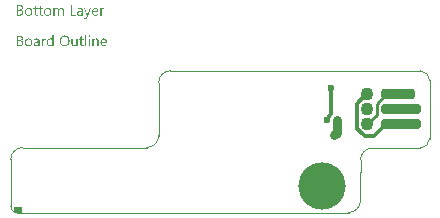
<source format=gbl>
G04*
G04 #@! TF.GenerationSoftware,Altium Limited,Altium Designer,22.2.1 (43)*
G04*
G04 Layer_Physical_Order=2*
G04 Layer_Color=16711680*
%FSLAX44Y44*%
%MOMM*%
G71*
G04*
G04 #@! TF.SameCoordinates,2D2D779E-EA1F-4978-AE9C-AACCEBDA9B96*
G04*
G04*
G04 #@! TF.FilePolarity,Positive*
G04*
G01*
G75*
%ADD11C,0.2000*%
%ADD13C,0.0500*%
%ADD40C,0.3400*%
%ADD41C,0.7620*%
%ADD43C,0.2500*%
%ADD44C,4.0000*%
%ADD45C,0.6000*%
%ADD46C,0.4000*%
%ADD47R,0.7000X0.5000*%
G04:AMPARAMS|DCode=48|XSize=0.9mm|YSize=3.45mm|CornerRadius=0.351mm|HoleSize=0mm|Usage=FLASHONLY|Rotation=270.000|XOffset=0mm|YOffset=0mm|HoleType=Round|Shape=RoundedRectangle|*
%AMROUNDEDRECTD48*
21,1,0.9000,2.7480,0,0,270.0*
21,1,0.1980,3.4500,0,0,270.0*
1,1,0.7020,-1.3740,-0.0990*
1,1,0.7020,-1.3740,0.0990*
1,1,0.7020,1.3740,0.0990*
1,1,0.7020,1.3740,-0.0990*
%
%ADD48ROUNDEDRECTD48*%
G04:AMPARAMS|DCode=49|XSize=0.9mm|YSize=2.95mm|CornerRadius=0.351mm|HoleSize=0mm|Usage=FLASHONLY|Rotation=270.000|XOffset=0mm|YOffset=0mm|HoleType=Round|Shape=RoundedRectangle|*
%AMROUNDEDRECTD49*
21,1,0.9000,2.2480,0,0,270.0*
21,1,0.1980,2.9500,0,0,270.0*
1,1,0.7020,-1.1240,-0.0990*
1,1,0.7020,-1.1240,0.0990*
1,1,0.7020,1.1240,0.0990*
1,1,0.7020,1.1240,-0.0990*
%
%ADD49ROUNDEDRECTD49*%
%ADD50C,1.1000*%
G36*
X5043Y148210D02*
X5090D01*
X5145Y148203D01*
X5279Y148179D01*
X5436Y148140D01*
X5616Y148085D01*
X5804Y147999D01*
X6001Y147897D01*
X6103Y147826D01*
X6197Y147755D01*
X6291Y147677D01*
X6385Y147583D01*
X6479Y147481D01*
X6566Y147371D01*
X6644Y147253D01*
X6723Y147120D01*
X6793Y146978D01*
X6856Y146821D01*
X6911Y146657D01*
X6966Y146476D01*
X6998Y146288D01*
X7029Y146076D01*
X7045Y145856D01*
X7052Y145620D01*
Y141696D01*
X6032D01*
Y145354D01*
Y145369D01*
Y145401D01*
Y145456D01*
X6024Y145526D01*
Y145613D01*
X6016Y145715D01*
X6008Y145824D01*
X5993Y145942D01*
X5954Y146193D01*
X5891Y146445D01*
X5859Y146570D01*
X5812Y146680D01*
X5757Y146790D01*
X5702Y146884D01*
Y146892D01*
X5687Y146908D01*
X5671Y146931D01*
X5640Y146955D01*
X5608Y146994D01*
X5561Y147033D01*
X5506Y147072D01*
X5443Y147120D01*
X5373Y147167D01*
X5294Y147206D01*
X5200Y147245D01*
X5106Y147284D01*
X4996Y147308D01*
X4870Y147331D01*
X4745Y147347D01*
X4604Y147355D01*
X4541D01*
X4494Y147347D01*
X4439Y147339D01*
X4376Y147324D01*
X4219Y147284D01*
X4133Y147253D01*
X4046Y147206D01*
X3952Y147159D01*
X3866Y147104D01*
X3772Y147033D01*
X3677Y146955D01*
X3583Y146861D01*
X3497Y146758D01*
X3489Y146751D01*
X3481Y146735D01*
X3458Y146696D01*
X3426Y146657D01*
X3395Y146594D01*
X3356Y146523D01*
X3309Y146445D01*
X3269Y146358D01*
X3230Y146256D01*
X3183Y146146D01*
X3144Y146029D01*
X3112Y145903D01*
X3081Y145770D01*
X3065Y145628D01*
X3050Y145487D01*
X3042Y145330D01*
Y141696D01*
X2022D01*
Y145479D01*
Y145487D01*
Y145503D01*
Y145526D01*
Y145558D01*
X2014Y145605D01*
Y145652D01*
X1998Y145770D01*
X1974Y145911D01*
X1943Y146076D01*
X1904Y146241D01*
X1841Y146421D01*
X1762Y146594D01*
X1668Y146758D01*
X1550Y146923D01*
X1409Y147065D01*
X1244Y147182D01*
X1150Y147229D01*
X1048Y147276D01*
X938Y147308D01*
X829Y147331D01*
X703Y147347D01*
X569Y147355D01*
X507D01*
X460Y147347D01*
X397Y147339D01*
X334Y147324D01*
X177Y147284D01*
X91Y147253D01*
X4Y147214D01*
X-90Y147175D01*
X-184Y147120D01*
X-278Y147049D01*
X-372Y146978D01*
X-459Y146892D01*
X-545Y146790D01*
X-553Y146782D01*
X-561Y146766D01*
X-584Y146735D01*
X-616Y146688D01*
X-647Y146633D01*
X-679Y146570D01*
X-718Y146492D01*
X-757Y146397D01*
X-804Y146295D01*
X-843Y146186D01*
X-875Y146068D01*
X-906Y145942D01*
X-938Y145801D01*
X-961Y145652D01*
X-969Y145495D01*
X-977Y145330D01*
Y141696D01*
X-1997D01*
Y148069D01*
X-977D01*
Y147057D01*
X-953D01*
X-945Y147072D01*
X-922Y147104D01*
X-882Y147167D01*
X-828Y147237D01*
X-757Y147324D01*
X-671Y147426D01*
X-569Y147528D01*
X-451Y147638D01*
X-317Y147747D01*
X-168Y147850D01*
X-3Y147951D01*
X169Y148038D01*
X365Y148109D01*
X577Y148171D01*
X797Y148203D01*
X1032Y148218D01*
X1095D01*
X1142Y148210D01*
X1197D01*
X1268Y148203D01*
X1339Y148187D01*
X1417Y148171D01*
X1598Y148132D01*
X1786Y148061D01*
X1974Y147975D01*
X2069Y147912D01*
X2163Y147850D01*
X2171Y147842D01*
X2186Y147834D01*
X2210Y147810D01*
X2241Y147787D01*
X2328Y147700D01*
X2430Y147598D01*
X2539Y147457D01*
X2649Y147292D01*
X2751Y147104D01*
X2830Y146892D01*
X2838Y146908D01*
X2861Y146947D01*
X2908Y147017D01*
X2963Y147096D01*
X3042Y147198D01*
X3128Y147316D01*
X3238Y147434D01*
X3364Y147559D01*
X3505Y147677D01*
X3662Y147802D01*
X3835Y147912D01*
X4023Y148014D01*
X4235Y148093D01*
X4455Y148163D01*
X4698Y148203D01*
X4949Y148218D01*
X5004D01*
X5043Y148210D01*
D02*
G37*
G36*
X40644Y148171D02*
X40731D01*
X40825Y148156D01*
X40927Y148140D01*
X41029Y148124D01*
X41115Y148093D01*
Y147033D01*
X41100Y147041D01*
X41068Y147065D01*
X41006Y147096D01*
X40919Y147135D01*
X40801Y147175D01*
X40676Y147206D01*
X40519Y147229D01*
X40338Y147237D01*
X40276D01*
X40228Y147229D01*
X40174Y147222D01*
X40111Y147206D01*
X39962Y147159D01*
X39875Y147127D01*
X39789Y147088D01*
X39695Y147033D01*
X39601Y146978D01*
X39514Y146908D01*
X39420Y146821D01*
X39334Y146727D01*
X39247Y146617D01*
X39239Y146609D01*
X39232Y146586D01*
X39208Y146554D01*
X39177Y146507D01*
X39145Y146445D01*
X39106Y146366D01*
X39067Y146280D01*
X39028Y146178D01*
X38988Y146068D01*
X38949Y145942D01*
X38910Y145801D01*
X38879Y145652D01*
X38847Y145487D01*
X38823Y145314D01*
X38816Y145134D01*
X38808Y144938D01*
Y141696D01*
X37787D01*
Y148069D01*
X38808D01*
Y146751D01*
X38831D01*
Y146758D01*
X38839Y146782D01*
X38855Y146813D01*
X38871Y146861D01*
X38894Y146916D01*
X38926Y146986D01*
X38996Y147135D01*
X39090Y147308D01*
X39208Y147481D01*
X39342Y147645D01*
X39499Y147802D01*
X39506Y147810D01*
X39522Y147818D01*
X39546Y147834D01*
X39577Y147865D01*
X39616Y147889D01*
X39671Y147920D01*
X39789Y147991D01*
X39938Y148061D01*
X40111Y148124D01*
X40299Y148163D01*
X40401Y148171D01*
X40503Y148179D01*
X40566D01*
X40644Y148171D01*
D02*
G37*
G36*
X27098Y140676D02*
Y140668D01*
X27090Y140652D01*
X27074Y140629D01*
X27058Y140590D01*
X27043Y140542D01*
X27019Y140495D01*
X26957Y140370D01*
X26870Y140221D01*
X26776Y140048D01*
X26658Y139875D01*
X26525Y139687D01*
X26376Y139506D01*
X26211Y139326D01*
X26030Y139153D01*
X25834Y139004D01*
X25622Y138878D01*
X25512Y138831D01*
X25395Y138784D01*
X25277Y138745D01*
X25151Y138722D01*
X25026Y138706D01*
X24892Y138698D01*
X24829D01*
X24751Y138706D01*
X24657D01*
X24555Y138722D01*
X24445Y138737D01*
X24327Y138753D01*
X24225Y138784D01*
Y139695D01*
X24241Y139687D01*
X24280Y139679D01*
X24343Y139663D01*
X24421Y139640D01*
X24516Y139616D01*
X24618Y139601D01*
X24727Y139593D01*
X24829Y139585D01*
X24861D01*
X24900Y139593D01*
X24955Y139601D01*
X25018Y139616D01*
X25096Y139632D01*
X25175Y139663D01*
X25269Y139703D01*
X25355Y139750D01*
X25457Y139812D01*
X25552Y139883D01*
X25646Y139970D01*
X25740Y140079D01*
X25834Y140197D01*
X25913Y140338D01*
X25991Y140503D01*
X26501Y141704D01*
X24013Y148069D01*
X25143D01*
X26870Y143164D01*
Y143156D01*
X26878Y143140D01*
X26886Y143117D01*
X26902Y143070D01*
X26917Y143007D01*
X26933Y142921D01*
X26964Y142811D01*
X26996Y142677D01*
X27035D01*
Y142685D01*
X27043Y142709D01*
X27051Y142740D01*
X27066Y142795D01*
X27082Y142858D01*
X27098Y142936D01*
X27129Y143038D01*
X27160Y143148D01*
X28974Y148069D01*
X30025D01*
X27098Y140676D01*
D02*
G37*
G36*
X20882Y148210D02*
X20937D01*
X20991Y148203D01*
X21062Y148195D01*
X21141Y148179D01*
X21305Y148148D01*
X21502Y148093D01*
X21698Y148022D01*
X21910Y147920D01*
X22122Y147795D01*
X22224Y147724D01*
X22326Y147638D01*
X22420Y147543D01*
X22514Y147449D01*
X22601Y147339D01*
X22679Y147214D01*
X22757Y147088D01*
X22828Y146947D01*
X22883Y146790D01*
X22938Y146625D01*
X22977Y146452D01*
X23009Y146256D01*
X23024Y146060D01*
X23032Y145840D01*
Y141696D01*
X22012D01*
Y142685D01*
X21988D01*
X21980Y142669D01*
X21957Y142638D01*
X21918Y142583D01*
X21863Y142505D01*
X21792Y142418D01*
X21706Y142324D01*
X21612Y142222D01*
X21494Y142120D01*
X21360Y142010D01*
X21219Y141908D01*
X21054Y141814D01*
X20882Y141728D01*
X20685Y141649D01*
X20481Y141594D01*
X20262Y141563D01*
X20026Y141547D01*
X19932D01*
X19869Y141555D01*
X19791Y141563D01*
X19697Y141571D01*
X19595Y141586D01*
X19485Y141610D01*
X19241Y141673D01*
X19124Y141712D01*
X18998Y141759D01*
X18872Y141814D01*
X18755Y141885D01*
X18645Y141963D01*
X18535Y142049D01*
X18527Y142057D01*
X18511Y142073D01*
X18488Y142104D01*
X18449Y142144D01*
X18409Y142191D01*
X18370Y142253D01*
X18315Y142324D01*
X18268Y142403D01*
X18221Y142497D01*
X18174Y142599D01*
X18127Y142709D01*
X18088Y142826D01*
X18048Y142952D01*
X18025Y143085D01*
X18009Y143235D01*
X18001Y143384D01*
Y143392D01*
Y143407D01*
Y143431D01*
X18009Y143462D01*
Y143501D01*
X18017Y143548D01*
X18033Y143666D01*
X18064Y143807D01*
X18111Y143964D01*
X18174Y144137D01*
X18268Y144318D01*
X18378Y144498D01*
X18511Y144679D01*
X18598Y144765D01*
X18684Y144851D01*
X18786Y144938D01*
X18888Y145016D01*
X19006Y145095D01*
X19131Y145165D01*
X19265Y145228D01*
X19414Y145291D01*
X19571Y145346D01*
X19736Y145393D01*
X19916Y145432D01*
X20105Y145463D01*
X22012Y145730D01*
Y145738D01*
Y145746D01*
Y145770D01*
Y145801D01*
X22004Y145879D01*
X21988Y145982D01*
X21973Y146107D01*
X21941Y146248D01*
X21902Y146390D01*
X21847Y146547D01*
X21776Y146696D01*
X21690Y146845D01*
X21588Y146978D01*
X21462Y147104D01*
X21305Y147206D01*
X21133Y147284D01*
X21039Y147316D01*
X20929Y147339D01*
X20819Y147347D01*
X20701Y147355D01*
X20646D01*
X20591Y147347D01*
X20505Y147339D01*
X20403Y147331D01*
X20285Y147316D01*
X20152Y147292D01*
X20010Y147261D01*
X19854Y147214D01*
X19689Y147167D01*
X19516Y147104D01*
X19336Y147025D01*
X19155Y146931D01*
X18974Y146829D01*
X18794Y146711D01*
X18621Y146570D01*
Y147614D01*
X18629Y147622D01*
X18661Y147638D01*
X18715Y147669D01*
X18786Y147708D01*
X18880Y147755D01*
X18982Y147802D01*
X19108Y147857D01*
X19249Y147920D01*
X19398Y147975D01*
X19563Y148030D01*
X19744Y148077D01*
X19932Y148124D01*
X20136Y148163D01*
X20340Y148195D01*
X20560Y148210D01*
X20787Y148218D01*
X20842D01*
X20882Y148210D01*
D02*
G37*
G36*
X13661Y142638D02*
X17248D01*
Y141696D01*
X12617D01*
Y150620D01*
X13661D01*
Y142638D01*
D02*
G37*
G36*
X-30009Y150612D02*
X-29915Y150604D01*
X-29805Y150589D01*
X-29679Y150573D01*
X-29538Y150549D01*
X-29397Y150518D01*
X-29247Y150479D01*
X-29090Y150432D01*
X-28941Y150377D01*
X-28784Y150314D01*
X-28643Y150236D01*
X-28502Y150149D01*
X-28368Y150047D01*
X-28361Y150039D01*
X-28337Y150024D01*
X-28305Y149992D01*
X-28266Y149945D01*
X-28211Y149890D01*
X-28156Y149819D01*
X-28094Y149741D01*
X-28031Y149655D01*
X-27968Y149553D01*
X-27905Y149443D01*
X-27850Y149317D01*
X-27795Y149192D01*
X-27756Y149050D01*
X-27725Y148901D01*
X-27701Y148744D01*
X-27693Y148579D01*
Y148572D01*
Y148548D01*
Y148509D01*
X-27701Y148454D01*
X-27709Y148383D01*
X-27717Y148313D01*
X-27725Y148226D01*
X-27740Y148132D01*
X-27795Y147920D01*
X-27866Y147700D01*
X-27913Y147583D01*
X-27968Y147473D01*
X-28031Y147363D01*
X-28101Y147253D01*
X-28109Y147245D01*
X-28117Y147229D01*
X-28141Y147198D01*
X-28180Y147159D01*
X-28219Y147120D01*
X-28266Y147065D01*
X-28329Y147010D01*
X-28392Y146947D01*
X-28470Y146884D01*
X-28557Y146813D01*
X-28651Y146751D01*
X-28753Y146680D01*
X-28863Y146617D01*
X-28973Y146562D01*
X-29232Y146460D01*
Y146437D01*
X-29224D01*
X-29192Y146429D01*
X-29145Y146421D01*
X-29083Y146413D01*
X-29004Y146397D01*
X-28918Y146374D01*
X-28816Y146343D01*
X-28714Y146311D01*
X-28486Y146225D01*
X-28361Y146170D01*
X-28243Y146099D01*
X-28125Y146029D01*
X-28007Y145950D01*
X-27890Y145856D01*
X-27787Y145754D01*
X-27780Y145746D01*
X-27764Y145730D01*
X-27740Y145699D01*
X-27701Y145652D01*
X-27662Y145589D01*
X-27615Y145526D01*
X-27568Y145440D01*
X-27513Y145354D01*
X-27466Y145252D01*
X-27419Y145134D01*
X-27371Y145016D01*
X-27332Y144883D01*
X-27293Y144734D01*
X-27269Y144585D01*
X-27254Y144427D01*
X-27246Y144255D01*
Y144239D01*
Y144208D01*
X-27254Y144145D01*
X-27262Y144066D01*
X-27269Y143964D01*
X-27293Y143855D01*
X-27317Y143729D01*
X-27348Y143596D01*
X-27395Y143446D01*
X-27450Y143297D01*
X-27513Y143148D01*
X-27591Y142991D01*
X-27685Y142834D01*
X-27795Y142685D01*
X-27921Y142544D01*
X-28070Y142403D01*
X-28078Y142395D01*
X-28109Y142371D01*
X-28156Y142340D01*
X-28219Y142293D01*
X-28298Y142238D01*
X-28400Y142183D01*
X-28510Y142112D01*
X-28635Y142049D01*
X-28784Y141987D01*
X-28941Y141924D01*
X-29106Y141861D01*
X-29295Y141806D01*
X-29491Y141759D01*
X-29695Y141728D01*
X-29915Y141704D01*
X-30142Y141696D01*
X-32740D01*
Y150620D01*
X-30095D01*
X-30009Y150612D01*
D02*
G37*
G36*
X-12436Y148069D02*
X-10827D01*
Y147190D01*
X-12436D01*
Y143603D01*
Y143596D01*
Y143572D01*
Y143541D01*
Y143501D01*
X-12428Y143446D01*
X-12420Y143384D01*
X-12404Y143250D01*
X-12381Y143093D01*
X-12342Y142944D01*
X-12286Y142803D01*
X-12255Y142740D01*
X-12216Y142685D01*
X-12208Y142677D01*
X-12177Y142646D01*
X-12122Y142599D01*
X-12043Y142552D01*
X-11941Y142497D01*
X-11816Y142458D01*
X-11667Y142426D01*
X-11494Y142410D01*
X-11431D01*
X-11360Y142418D01*
X-11266Y142434D01*
X-11164Y142465D01*
X-11047Y142497D01*
X-10937Y142552D01*
X-10827Y142622D01*
Y141751D01*
X-10834D01*
X-10842Y141743D01*
X-10866Y141735D01*
X-10890Y141720D01*
X-10976Y141688D01*
X-11078Y141657D01*
X-11219Y141625D01*
X-11384Y141594D01*
X-11572Y141571D01*
X-11784Y141563D01*
X-11855D01*
X-11941Y141579D01*
X-12043Y141594D01*
X-12169Y141618D01*
X-12310Y141665D01*
X-12467Y141720D01*
X-12616Y141798D01*
X-12773Y141892D01*
X-12930Y142018D01*
X-13071Y142167D01*
X-13134Y142253D01*
X-13197Y142348D01*
X-13252Y142450D01*
X-13299Y142559D01*
X-13346Y142677D01*
X-13385Y142811D01*
X-13417Y142944D01*
X-13440Y143093D01*
X-13448Y143250D01*
X-13456Y143423D01*
Y147190D01*
X-14547D01*
Y148069D01*
X-13456D01*
Y149623D01*
X-12436Y149953D01*
Y148069D01*
D02*
G37*
G36*
X-16752D02*
X-15143D01*
Y147190D01*
X-16752D01*
Y143603D01*
Y143596D01*
Y143572D01*
Y143541D01*
Y143501D01*
X-16745Y143446D01*
X-16737Y143384D01*
X-16721Y143250D01*
X-16697Y143093D01*
X-16658Y142944D01*
X-16603Y142803D01*
X-16572Y142740D01*
X-16533Y142685D01*
X-16525Y142677D01*
X-16493Y142646D01*
X-16438Y142599D01*
X-16360Y142552D01*
X-16258Y142497D01*
X-16132Y142458D01*
X-15983Y142426D01*
X-15811Y142410D01*
X-15748D01*
X-15677Y142418D01*
X-15583Y142434D01*
X-15481Y142465D01*
X-15363Y142497D01*
X-15253Y142552D01*
X-15143Y142622D01*
Y141751D01*
X-15151D01*
X-15159Y141743D01*
X-15183Y141735D01*
X-15206Y141720D01*
X-15293Y141688D01*
X-15395Y141657D01*
X-15536Y141625D01*
X-15701Y141594D01*
X-15889Y141571D01*
X-16101Y141563D01*
X-16172D01*
X-16258Y141579D01*
X-16360Y141594D01*
X-16486Y141618D01*
X-16627Y141665D01*
X-16784Y141720D01*
X-16933Y141798D01*
X-17090Y141892D01*
X-17247Y142018D01*
X-17388Y142167D01*
X-17451Y142253D01*
X-17514Y142348D01*
X-17569Y142450D01*
X-17616Y142559D01*
X-17663Y142677D01*
X-17702Y142811D01*
X-17734Y142944D01*
X-17757Y143093D01*
X-17765Y143250D01*
X-17773Y143423D01*
Y147190D01*
X-18864D01*
Y148069D01*
X-17773D01*
Y149623D01*
X-16752Y149953D01*
Y148069D01*
D02*
G37*
G36*
X33746Y148210D02*
X33832Y148203D01*
X33942Y148195D01*
X34059Y148179D01*
X34193Y148148D01*
X34334Y148116D01*
X34491Y148077D01*
X34648Y148022D01*
X34805Y147951D01*
X34970Y147873D01*
X35127Y147779D01*
X35276Y147669D01*
X35425Y147543D01*
X35559Y147402D01*
X35566Y147394D01*
X35590Y147363D01*
X35621Y147316D01*
X35668Y147253D01*
X35715Y147175D01*
X35778Y147072D01*
X35841Y146955D01*
X35904Y146821D01*
X35967Y146664D01*
X36029Y146500D01*
X36092Y146311D01*
X36139Y146115D01*
X36186Y145895D01*
X36218Y145668D01*
X36241Y145416D01*
X36249Y145157D01*
Y144624D01*
X31744D01*
Y144608D01*
Y144577D01*
X31752Y144522D01*
X31760Y144451D01*
X31768Y144357D01*
X31783Y144255D01*
X31799Y144145D01*
X31830Y144019D01*
X31901Y143752D01*
X31948Y143619D01*
X32003Y143478D01*
X32066Y143344D01*
X32136Y143211D01*
X32223Y143093D01*
X32317Y142976D01*
X32325Y142968D01*
X32341Y142952D01*
X32372Y142921D01*
X32419Y142889D01*
X32474Y142842D01*
X32545Y142795D01*
X32623Y142740D01*
X32710Y142693D01*
X32812Y142638D01*
X32929Y142583D01*
X33047Y142536D01*
X33188Y142489D01*
X33330Y142458D01*
X33486Y142426D01*
X33651Y142410D01*
X33824Y142403D01*
X33871D01*
X33926Y142410D01*
X34004D01*
X34099Y142426D01*
X34209Y142442D01*
X34334Y142465D01*
X34475Y142489D01*
X34625Y142528D01*
X34781Y142575D01*
X34946Y142630D01*
X35111Y142701D01*
X35284Y142779D01*
X35457Y142873D01*
X35629Y142983D01*
X35802Y143109D01*
Y142151D01*
X35794Y142144D01*
X35763Y142128D01*
X35715Y142097D01*
X35653Y142057D01*
X35566Y142010D01*
X35464Y141963D01*
X35347Y141908D01*
X35213Y141853D01*
X35056Y141790D01*
X34891Y141735D01*
X34711Y141688D01*
X34515Y141641D01*
X34303Y141602D01*
X34075Y141571D01*
X33832Y141555D01*
X33581Y141547D01*
X33518D01*
X33455Y141555D01*
X33361Y141563D01*
X33243Y141571D01*
X33110Y141594D01*
X32968Y141618D01*
X32812Y141657D01*
X32647Y141704D01*
X32474Y141759D01*
X32294Y141830D01*
X32121Y141908D01*
X31940Y142010D01*
X31776Y142128D01*
X31611Y142261D01*
X31462Y142410D01*
X31454Y142418D01*
X31430Y142450D01*
X31391Y142505D01*
X31344Y142575D01*
X31281Y142662D01*
X31218Y142771D01*
X31148Y142897D01*
X31077Y143046D01*
X31006Y143203D01*
X30936Y143392D01*
X30873Y143588D01*
X30810Y143807D01*
X30763Y144043D01*
X30724Y144294D01*
X30700Y144569D01*
X30692Y144851D01*
Y144859D01*
Y144867D01*
Y144891D01*
Y144914D01*
X30700Y144993D01*
X30708Y145103D01*
X30716Y145228D01*
X30740Y145369D01*
X30763Y145534D01*
X30794Y145715D01*
X30842Y145903D01*
X30896Y146099D01*
X30967Y146303D01*
X31046Y146507D01*
X31140Y146704D01*
X31258Y146908D01*
X31383Y147096D01*
X31532Y147276D01*
X31540Y147284D01*
X31571Y147316D01*
X31618Y147363D01*
X31681Y147426D01*
X31768Y147496D01*
X31870Y147575D01*
X31980Y147661D01*
X32113Y147747D01*
X32254Y147834D01*
X32419Y147920D01*
X32592Y147999D01*
X32772Y148069D01*
X32968Y148132D01*
X33180Y148179D01*
X33400Y148210D01*
X33628Y148218D01*
X33683D01*
X33746Y148210D01*
D02*
G37*
G36*
X-6518D02*
X-6416Y148203D01*
X-6298Y148195D01*
X-6157Y148171D01*
X-6008Y148148D01*
X-5843Y148109D01*
X-5662Y148061D01*
X-5482Y148006D01*
X-5301Y147936D01*
X-5113Y147850D01*
X-4932Y147747D01*
X-4752Y147630D01*
X-4587Y147496D01*
X-4430Y147339D01*
X-4422Y147331D01*
X-4399Y147300D01*
X-4360Y147245D01*
X-4304Y147175D01*
X-4242Y147088D01*
X-4179Y146978D01*
X-4100Y146853D01*
X-4030Y146704D01*
X-3951Y146539D01*
X-3881Y146358D01*
X-3818Y146162D01*
X-3755Y145942D01*
X-3700Y145707D01*
X-3661Y145456D01*
X-3637Y145189D01*
X-3629Y144906D01*
Y144898D01*
Y144891D01*
Y144867D01*
Y144836D01*
X-3637Y144757D01*
X-3645Y144655D01*
X-3653Y144522D01*
X-3677Y144373D01*
X-3700Y144208D01*
X-3739Y144027D01*
X-3787Y143839D01*
X-3841Y143635D01*
X-3912Y143431D01*
X-3991Y143227D01*
X-4093Y143023D01*
X-4210Y142826D01*
X-4344Y142638D01*
X-4493Y142458D01*
X-4501Y142450D01*
X-4532Y142418D01*
X-4579Y142371D01*
X-4650Y142316D01*
X-4736Y142246D01*
X-4838Y142167D01*
X-4964Y142089D01*
X-5105Y142002D01*
X-5262Y141916D01*
X-5435Y141838D01*
X-5623Y141759D01*
X-5827Y141688D01*
X-6055Y141633D01*
X-6290Y141586D01*
X-6533Y141555D01*
X-6800Y141547D01*
X-6863D01*
X-6934Y141555D01*
X-7036Y141563D01*
X-7154Y141571D01*
X-7295Y141594D01*
X-7444Y141618D01*
X-7609Y141657D01*
X-7789Y141704D01*
X-7970Y141767D01*
X-8158Y141838D01*
X-8346Y141924D01*
X-8535Y142026D01*
X-8723Y142144D01*
X-8896Y142277D01*
X-9061Y142434D01*
X-9069Y142442D01*
X-9100Y142473D01*
X-9139Y142528D01*
X-9194Y142599D01*
X-9257Y142685D01*
X-9328Y142795D01*
X-9398Y142921D01*
X-9477Y143070D01*
X-9555Y143227D01*
X-9634Y143407D01*
X-9704Y143603D01*
X-9767Y143815D01*
X-9822Y144035D01*
X-9861Y144278D01*
X-9893Y144537D01*
X-9901Y144804D01*
Y144812D01*
Y144820D01*
Y144844D01*
Y144875D01*
X-9893Y144961D01*
X-9885Y145071D01*
X-9877Y145204D01*
X-9854Y145361D01*
X-9830Y145534D01*
X-9791Y145723D01*
X-9744Y145919D01*
X-9689Y146123D01*
X-9618Y146335D01*
X-9532Y146547D01*
X-9430Y146751D01*
X-9320Y146947D01*
X-9186Y147135D01*
X-9029Y147316D01*
X-9021Y147324D01*
X-8990Y147355D01*
X-8935Y147402D01*
X-8864Y147457D01*
X-8778Y147528D01*
X-8668Y147598D01*
X-8543Y147685D01*
X-8401Y147771D01*
X-8245Y147850D01*
X-8064Y147936D01*
X-7868Y148006D01*
X-7656Y148077D01*
X-7428Y148132D01*
X-7185Y148179D01*
X-6926Y148210D01*
X-6651Y148218D01*
X-6589D01*
X-6518Y148210D01*
D02*
G37*
G36*
X-22623D02*
X-22521Y148203D01*
X-22403Y148195D01*
X-22262Y148171D01*
X-22113Y148148D01*
X-21948Y148109D01*
X-21768Y148061D01*
X-21587Y148006D01*
X-21407Y147936D01*
X-21218Y147850D01*
X-21038Y147747D01*
X-20857Y147630D01*
X-20692Y147496D01*
X-20535Y147339D01*
X-20528Y147331D01*
X-20504Y147300D01*
X-20465Y147245D01*
X-20410Y147175D01*
X-20347Y147088D01*
X-20284Y146978D01*
X-20206Y146853D01*
X-20135Y146704D01*
X-20057Y146539D01*
X-19986Y146358D01*
X-19923Y146162D01*
X-19860Y145942D01*
X-19806Y145707D01*
X-19766Y145456D01*
X-19743Y145189D01*
X-19735Y144906D01*
Y144898D01*
Y144891D01*
Y144867D01*
Y144836D01*
X-19743Y144757D01*
X-19751Y144655D01*
X-19758Y144522D01*
X-19782Y144373D01*
X-19806Y144208D01*
X-19845Y144027D01*
X-19892Y143839D01*
X-19947Y143635D01*
X-20017Y143431D01*
X-20096Y143227D01*
X-20198Y143023D01*
X-20316Y142826D01*
X-20449Y142638D01*
X-20598Y142458D01*
X-20606Y142450D01*
X-20637Y142418D01*
X-20684Y142371D01*
X-20755Y142316D01*
X-20842Y142246D01*
X-20944Y142167D01*
X-21069Y142089D01*
X-21210Y142002D01*
X-21367Y141916D01*
X-21540Y141838D01*
X-21728Y141759D01*
X-21932Y141688D01*
X-22160Y141633D01*
X-22396Y141586D01*
X-22639Y141555D01*
X-22906Y141547D01*
X-22968D01*
X-23039Y141555D01*
X-23141Y141563D01*
X-23259Y141571D01*
X-23400Y141594D01*
X-23549Y141618D01*
X-23714Y141657D01*
X-23895Y141704D01*
X-24075Y141767D01*
X-24264Y141838D01*
X-24452Y141924D01*
X-24640Y142026D01*
X-24829Y142144D01*
X-25001Y142277D01*
X-25166Y142434D01*
X-25174Y142442D01*
X-25205Y142473D01*
X-25245Y142528D01*
X-25299Y142599D01*
X-25362Y142685D01*
X-25433Y142795D01*
X-25504Y142921D01*
X-25582Y143070D01*
X-25661Y143227D01*
X-25739Y143407D01*
X-25810Y143603D01*
X-25872Y143815D01*
X-25927Y144035D01*
X-25967Y144278D01*
X-25998Y144537D01*
X-26006Y144804D01*
Y144812D01*
Y144820D01*
Y144844D01*
Y144875D01*
X-25998Y144961D01*
X-25990Y145071D01*
X-25982Y145204D01*
X-25959Y145361D01*
X-25935Y145534D01*
X-25896Y145723D01*
X-25849Y145919D01*
X-25794Y146123D01*
X-25723Y146335D01*
X-25637Y146547D01*
X-25535Y146751D01*
X-25425Y146947D01*
X-25292Y147135D01*
X-25135Y147316D01*
X-25127Y147324D01*
X-25096Y147355D01*
X-25041Y147402D01*
X-24970Y147457D01*
X-24883Y147528D01*
X-24774Y147598D01*
X-24648Y147685D01*
X-24507Y147771D01*
X-24350Y147850D01*
X-24169Y147936D01*
X-23973Y148006D01*
X-23761Y148077D01*
X-23534Y148132D01*
X-23290Y148179D01*
X-23031Y148210D01*
X-22757Y148218D01*
X-22694D01*
X-22623Y148210D01*
D02*
G37*
G36*
X28652Y125156D02*
X28722Y125140D01*
X28793Y125116D01*
X28872Y125077D01*
X28950Y125030D01*
X29028Y124967D01*
X29036Y124959D01*
X29060Y124936D01*
X29091Y124897D01*
X29130Y124842D01*
X29162Y124771D01*
X29193Y124692D01*
X29217Y124598D01*
X29225Y124496D01*
Y124481D01*
Y124449D01*
X29217Y124402D01*
X29201Y124332D01*
X29178Y124261D01*
X29138Y124182D01*
X29091Y124104D01*
X29028Y124025D01*
X29021Y124017D01*
X28997Y123994D01*
X28950Y123963D01*
X28895Y123931D01*
X28824Y123900D01*
X28746Y123868D01*
X28660Y123845D01*
X28558Y123837D01*
X28510D01*
X28463Y123845D01*
X28393Y123861D01*
X28322Y123884D01*
X28244Y123916D01*
X28165Y123955D01*
X28087Y124017D01*
X28079Y124025D01*
X28055Y124049D01*
X28024Y124096D01*
X27992Y124151D01*
X27961Y124214D01*
X27930Y124300D01*
X27906Y124394D01*
X27898Y124496D01*
Y124512D01*
Y124543D01*
X27906Y124598D01*
X27922Y124661D01*
X27945Y124740D01*
X27977Y124818D01*
X28024Y124897D01*
X28087Y124967D01*
X28094Y124975D01*
X28118Y124999D01*
X28165Y125030D01*
X28220Y125069D01*
X28291Y125101D01*
X28369Y125132D01*
X28456Y125156D01*
X28558Y125163D01*
X28605D01*
X28652Y125156D01*
D02*
G37*
G36*
X-1746Y115847D02*
X-2766D01*
Y116922D01*
X-2790D01*
X-2798Y116907D01*
X-2821Y116868D01*
X-2868Y116812D01*
X-2923Y116734D01*
X-3002Y116640D01*
X-3088Y116538D01*
X-3198Y116428D01*
X-3331Y116310D01*
X-3473Y116193D01*
X-3637Y116083D01*
X-3818Y115981D01*
X-4014Y115886D01*
X-4226Y115808D01*
X-4462Y115753D01*
X-4713Y115714D01*
X-4979Y115698D01*
X-5034D01*
X-5097Y115706D01*
X-5176Y115714D01*
X-5278Y115722D01*
X-5396Y115745D01*
X-5529Y115769D01*
X-5670Y115808D01*
X-5819Y115847D01*
X-5976Y115910D01*
X-6133Y115973D01*
X-6298Y116059D01*
X-6455Y116153D01*
X-6612Y116271D01*
X-6761Y116404D01*
X-6902Y116553D01*
X-6910Y116561D01*
X-6934Y116593D01*
X-6965Y116640D01*
X-7012Y116711D01*
X-7067Y116797D01*
X-7130Y116899D01*
X-7193Y117024D01*
X-7256Y117166D01*
X-7326Y117323D01*
X-7389Y117495D01*
X-7452Y117692D01*
X-7507Y117896D01*
X-7554Y118115D01*
X-7585Y118359D01*
X-7609Y118610D01*
X-7617Y118877D01*
Y118884D01*
Y118892D01*
Y118916D01*
Y118947D01*
X-7609Y119026D01*
X-7601Y119136D01*
X-7593Y119277D01*
X-7577Y119426D01*
X-7554Y119599D01*
X-7515Y119787D01*
X-7475Y119983D01*
X-7420Y120195D01*
X-7358Y120399D01*
X-7279Y120619D01*
X-7193Y120823D01*
X-7083Y121027D01*
X-6965Y121223D01*
X-6824Y121412D01*
X-6816Y121420D01*
X-6785Y121451D01*
X-6738Y121498D01*
X-6675Y121561D01*
X-6596Y121632D01*
X-6502Y121718D01*
X-6384Y121804D01*
X-6259Y121891D01*
X-6110Y121977D01*
X-5953Y122063D01*
X-5780Y122150D01*
X-5592Y122220D01*
X-5388Y122283D01*
X-5168Y122330D01*
X-4940Y122361D01*
X-4697Y122369D01*
X-4642D01*
X-4571Y122361D01*
X-4485Y122354D01*
X-4375Y122338D01*
X-4250Y122314D01*
X-4116Y122283D01*
X-3967Y122244D01*
X-3810Y122189D01*
X-3653Y122118D01*
X-3496Y122032D01*
X-3339Y121930D01*
X-3190Y121812D01*
X-3041Y121679D01*
X-2907Y121514D01*
X-2790Y121333D01*
X-2766D01*
Y125281D01*
X-1746D01*
Y115847D01*
D02*
G37*
G36*
X34358Y122361D02*
X34428D01*
X34515Y122346D01*
X34617Y122330D01*
X34727Y122314D01*
X34844Y122283D01*
X34970Y122252D01*
X35103Y122205D01*
X35237Y122150D01*
X35370Y122079D01*
X35496Y122000D01*
X35621Y121914D01*
X35739Y121804D01*
X35849Y121686D01*
X35857Y121679D01*
X35872Y121655D01*
X35904Y121616D01*
X35935Y121561D01*
X35975Y121490D01*
X36022Y121404D01*
X36077Y121302D01*
X36131Y121192D01*
X36179Y121059D01*
X36233Y120917D01*
X36281Y120752D01*
X36320Y120580D01*
X36351Y120392D01*
X36383Y120187D01*
X36398Y119976D01*
X36406Y119740D01*
Y115847D01*
X35386D01*
Y119481D01*
Y119489D01*
Y119505D01*
Y119528D01*
Y119567D01*
X35378Y119614D01*
Y119669D01*
X35362Y119795D01*
X35339Y119952D01*
X35307Y120125D01*
X35260Y120305D01*
X35198Y120493D01*
X35119Y120682D01*
X35025Y120862D01*
X34907Y121035D01*
X34758Y121192D01*
X34593Y121318D01*
X34499Y121373D01*
X34389Y121420D01*
X34279Y121459D01*
X34162Y121482D01*
X34036Y121498D01*
X33902Y121506D01*
X33832D01*
X33777Y121498D01*
X33714Y121490D01*
X33636Y121475D01*
X33549Y121459D01*
X33463Y121435D01*
X33361Y121404D01*
X33259Y121365D01*
X33157Y121318D01*
X33047Y121263D01*
X32945Y121192D01*
X32835Y121114D01*
X32733Y121027D01*
X32639Y120925D01*
X32631Y120917D01*
X32615Y120902D01*
X32592Y120870D01*
X32560Y120823D01*
X32521Y120768D01*
X32482Y120698D01*
X32435Y120619D01*
X32388Y120533D01*
X32341Y120431D01*
X32294Y120321D01*
X32254Y120203D01*
X32215Y120077D01*
X32184Y119936D01*
X32160Y119795D01*
X32144Y119638D01*
X32136Y119481D01*
Y115847D01*
X31116D01*
Y122220D01*
X32136D01*
Y121161D01*
X32160D01*
X32168Y121176D01*
X32192Y121216D01*
X32239Y121271D01*
X32294Y121349D01*
X32372Y121443D01*
X32458Y121545D01*
X32568Y121655D01*
X32694Y121765D01*
X32835Y121875D01*
X32992Y121985D01*
X33165Y122087D01*
X33345Y122181D01*
X33549Y122259D01*
X33769Y122314D01*
X34004Y122354D01*
X34256Y122369D01*
X34303D01*
X34358Y122361D01*
D02*
G37*
G36*
X-8763Y122322D02*
X-8676D01*
X-8582Y122306D01*
X-8480Y122291D01*
X-8378Y122275D01*
X-8292Y122244D01*
Y121184D01*
X-8307Y121192D01*
X-8339Y121216D01*
X-8401Y121247D01*
X-8488Y121286D01*
X-8605Y121326D01*
X-8731Y121357D01*
X-8888Y121380D01*
X-9069Y121388D01*
X-9131D01*
X-9179Y121380D01*
X-9233Y121373D01*
X-9296Y121357D01*
X-9445Y121310D01*
X-9532Y121278D01*
X-9618Y121239D01*
X-9712Y121184D01*
X-9806Y121129D01*
X-9893Y121059D01*
X-9987Y120972D01*
X-10073Y120878D01*
X-10160Y120768D01*
X-10167Y120760D01*
X-10175Y120737D01*
X-10199Y120705D01*
X-10230Y120658D01*
X-10262Y120596D01*
X-10301Y120517D01*
X-10340Y120431D01*
X-10379Y120329D01*
X-10419Y120219D01*
X-10458Y120093D01*
X-10497Y119952D01*
X-10529Y119803D01*
X-10560Y119638D01*
X-10583Y119465D01*
X-10591Y119285D01*
X-10599Y119089D01*
Y115847D01*
X-11619D01*
Y122220D01*
X-10599D01*
Y120902D01*
X-10575D01*
Y120910D01*
X-10568Y120933D01*
X-10552Y120964D01*
X-10536Y121011D01*
X-10513Y121067D01*
X-10481Y121137D01*
X-10411Y121286D01*
X-10316Y121459D01*
X-10199Y121632D01*
X-10065Y121796D01*
X-9908Y121953D01*
X-9901Y121961D01*
X-9885Y121969D01*
X-9861Y121985D01*
X-9830Y122016D01*
X-9791Y122040D01*
X-9736Y122071D01*
X-9618Y122142D01*
X-9469Y122212D01*
X-9296Y122275D01*
X-9108Y122314D01*
X-9006Y122322D01*
X-8904Y122330D01*
X-8841D01*
X-8763Y122322D01*
D02*
G37*
G36*
X18574Y115847D02*
X17554D01*
Y116852D01*
X17530D01*
X17522Y116836D01*
X17499Y116805D01*
X17460Y116742D01*
X17413Y116671D01*
X17342Y116585D01*
X17256Y116491D01*
X17161Y116381D01*
X17044Y116279D01*
X16918Y116169D01*
X16769Y116067D01*
X16612Y115965D01*
X16431Y115878D01*
X16235Y115808D01*
X16031Y115745D01*
X15804Y115714D01*
X15560Y115698D01*
X15505D01*
X15466Y115706D01*
X15411D01*
X15348Y115714D01*
X15278Y115729D01*
X15207Y115737D01*
X15034Y115784D01*
X14838Y115839D01*
X14634Y115926D01*
X14532Y115981D01*
X14422Y116035D01*
X14312Y116106D01*
X14210Y116177D01*
X14108Y116263D01*
X14006Y116357D01*
X13904Y116467D01*
X13810Y116577D01*
X13724Y116703D01*
X13637Y116844D01*
X13567Y116993D01*
X13496Y117150D01*
X13433Y117323D01*
X13378Y117511D01*
X13339Y117715D01*
X13308Y117927D01*
X13292Y118162D01*
X13284Y118406D01*
Y122220D01*
X14297D01*
Y118571D01*
Y118563D01*
Y118547D01*
Y118524D01*
Y118484D01*
X14304Y118437D01*
Y118382D01*
X14320Y118257D01*
X14344Y118100D01*
X14375Y117935D01*
X14430Y117746D01*
X14493Y117566D01*
X14571Y117378D01*
X14673Y117189D01*
X14799Y117024D01*
X14948Y116868D01*
X15129Y116742D01*
X15223Y116687D01*
X15333Y116640D01*
X15450Y116601D01*
X15568Y116577D01*
X15702Y116561D01*
X15843Y116553D01*
X15913D01*
X15968Y116561D01*
X16031Y116569D01*
X16102Y116585D01*
X16188Y116601D01*
X16274Y116624D01*
X16369Y116648D01*
X16471Y116687D01*
X16573Y116734D01*
X16675Y116789D01*
X16777Y116852D01*
X16879Y116922D01*
X16973Y117009D01*
X17067Y117103D01*
X17075Y117111D01*
X17091Y117127D01*
X17114Y117158D01*
X17146Y117205D01*
X17177Y117260D01*
X17224Y117323D01*
X17263Y117401D01*
X17311Y117487D01*
X17358Y117590D01*
X17397Y117699D01*
X17444Y117817D01*
X17475Y117943D01*
X17507Y118084D01*
X17530Y118225D01*
X17546Y118382D01*
X17554Y118547D01*
Y122220D01*
X18574D01*
Y115847D01*
D02*
G37*
G36*
X29052D02*
X28032D01*
Y122220D01*
X29052D01*
Y115847D01*
D02*
G37*
G36*
X25968D02*
X24947D01*
Y125281D01*
X25968D01*
Y115847D01*
D02*
G37*
G36*
X-15693Y122361D02*
X-15638D01*
X-15583Y122354D01*
X-15512Y122346D01*
X-15434Y122330D01*
X-15269Y122299D01*
X-15073Y122244D01*
X-14877Y122173D01*
X-14665Y122071D01*
X-14453Y121945D01*
X-14351Y121875D01*
X-14249Y121789D01*
X-14154Y121694D01*
X-14060Y121600D01*
X-13974Y121490D01*
X-13895Y121365D01*
X-13817Y121239D01*
X-13746Y121098D01*
X-13691Y120941D01*
X-13636Y120776D01*
X-13597Y120603D01*
X-13566Y120407D01*
X-13550Y120211D01*
X-13542Y119991D01*
Y115847D01*
X-14563D01*
Y116836D01*
X-14586D01*
X-14594Y116820D01*
X-14618Y116789D01*
X-14657Y116734D01*
X-14712Y116656D01*
X-14782Y116569D01*
X-14869Y116475D01*
X-14963Y116373D01*
X-15081Y116271D01*
X-15214Y116161D01*
X-15355Y116059D01*
X-15520Y115965D01*
X-15693Y115878D01*
X-15889Y115800D01*
X-16093Y115745D01*
X-16313Y115714D01*
X-16548Y115698D01*
X-16643D01*
X-16705Y115706D01*
X-16784Y115714D01*
X-16878Y115722D01*
X-16980Y115737D01*
X-17090Y115761D01*
X-17333Y115824D01*
X-17451Y115863D01*
X-17577Y115910D01*
X-17702Y115965D01*
X-17820Y116035D01*
X-17930Y116114D01*
X-18040Y116200D01*
X-18047Y116208D01*
X-18063Y116224D01*
X-18087Y116255D01*
X-18126Y116294D01*
X-18165Y116342D01*
X-18204Y116404D01*
X-18259Y116475D01*
X-18306Y116553D01*
X-18354Y116648D01*
X-18401Y116750D01*
X-18448Y116860D01*
X-18487Y116977D01*
X-18526Y117103D01*
X-18550Y117236D01*
X-18565Y117386D01*
X-18573Y117535D01*
Y117542D01*
Y117558D01*
Y117582D01*
X-18565Y117613D01*
Y117652D01*
X-18558Y117699D01*
X-18542Y117817D01*
X-18511Y117958D01*
X-18463Y118115D01*
X-18401Y118288D01*
X-18306Y118469D01*
X-18197Y118649D01*
X-18063Y118830D01*
X-17977Y118916D01*
X-17890Y119002D01*
X-17788Y119089D01*
X-17686Y119167D01*
X-17569Y119246D01*
X-17443Y119316D01*
X-17310Y119379D01*
X-17161Y119442D01*
X-17004Y119497D01*
X-16839Y119544D01*
X-16658Y119583D01*
X-16470Y119614D01*
X-14563Y119881D01*
Y119889D01*
Y119897D01*
Y119921D01*
Y119952D01*
X-14570Y120030D01*
X-14586Y120133D01*
X-14602Y120258D01*
X-14633Y120399D01*
X-14672Y120541D01*
X-14727Y120698D01*
X-14798Y120847D01*
X-14884Y120996D01*
X-14986Y121129D01*
X-15112Y121255D01*
X-15269Y121357D01*
X-15442Y121435D01*
X-15536Y121467D01*
X-15646Y121490D01*
X-15756Y121498D01*
X-15873Y121506D01*
X-15928D01*
X-15983Y121498D01*
X-16070Y121490D01*
X-16172Y121482D01*
X-16289Y121467D01*
X-16423Y121443D01*
X-16564Y121412D01*
X-16721Y121365D01*
X-16886Y121318D01*
X-17059Y121255D01*
X-17239Y121176D01*
X-17420Y121082D01*
X-17600Y120980D01*
X-17781Y120862D01*
X-17953Y120721D01*
Y121765D01*
X-17945Y121773D01*
X-17914Y121789D01*
X-17859Y121820D01*
X-17788Y121859D01*
X-17694Y121906D01*
X-17592Y121953D01*
X-17467Y122008D01*
X-17325Y122071D01*
X-17176Y122126D01*
X-17011Y122181D01*
X-16831Y122228D01*
X-16643Y122275D01*
X-16438Y122314D01*
X-16234Y122346D01*
X-16015Y122361D01*
X-15787Y122369D01*
X-15732D01*
X-15693Y122361D01*
D02*
G37*
G36*
X-30009Y124763D02*
X-29915Y124755D01*
X-29805Y124740D01*
X-29679Y124724D01*
X-29538Y124700D01*
X-29397Y124669D01*
X-29247Y124630D01*
X-29090Y124583D01*
X-28941Y124528D01*
X-28784Y124465D01*
X-28643Y124386D01*
X-28502Y124300D01*
X-28368Y124198D01*
X-28361Y124190D01*
X-28337Y124174D01*
X-28305Y124143D01*
X-28266Y124096D01*
X-28211Y124041D01*
X-28156Y123970D01*
X-28094Y123892D01*
X-28031Y123806D01*
X-27968Y123704D01*
X-27905Y123594D01*
X-27850Y123468D01*
X-27795Y123343D01*
X-27756Y123201D01*
X-27725Y123052D01*
X-27701Y122895D01*
X-27693Y122730D01*
Y122723D01*
Y122699D01*
Y122660D01*
X-27701Y122605D01*
X-27709Y122534D01*
X-27717Y122464D01*
X-27725Y122377D01*
X-27740Y122283D01*
X-27795Y122071D01*
X-27866Y121851D01*
X-27913Y121734D01*
X-27968Y121624D01*
X-28031Y121514D01*
X-28101Y121404D01*
X-28109Y121396D01*
X-28117Y121380D01*
X-28141Y121349D01*
X-28180Y121310D01*
X-28219Y121271D01*
X-28266Y121216D01*
X-28329Y121161D01*
X-28392Y121098D01*
X-28470Y121035D01*
X-28557Y120964D01*
X-28651Y120902D01*
X-28753Y120831D01*
X-28863Y120768D01*
X-28973Y120713D01*
X-29232Y120611D01*
Y120588D01*
X-29224D01*
X-29192Y120580D01*
X-29145Y120572D01*
X-29083Y120564D01*
X-29004Y120548D01*
X-28918Y120525D01*
X-28816Y120493D01*
X-28714Y120462D01*
X-28486Y120376D01*
X-28361Y120321D01*
X-28243Y120250D01*
X-28125Y120180D01*
X-28007Y120101D01*
X-27890Y120007D01*
X-27787Y119905D01*
X-27780Y119897D01*
X-27764Y119881D01*
X-27740Y119850D01*
X-27701Y119803D01*
X-27662Y119740D01*
X-27615Y119677D01*
X-27568Y119591D01*
X-27513Y119505D01*
X-27466Y119403D01*
X-27419Y119285D01*
X-27371Y119167D01*
X-27332Y119034D01*
X-27293Y118884D01*
X-27269Y118735D01*
X-27254Y118579D01*
X-27246Y118406D01*
Y118390D01*
Y118359D01*
X-27254Y118296D01*
X-27262Y118217D01*
X-27269Y118115D01*
X-27293Y118006D01*
X-27317Y117880D01*
X-27348Y117746D01*
X-27395Y117597D01*
X-27450Y117448D01*
X-27513Y117299D01*
X-27591Y117142D01*
X-27685Y116985D01*
X-27795Y116836D01*
X-27921Y116695D01*
X-28070Y116553D01*
X-28078Y116546D01*
X-28109Y116522D01*
X-28156Y116491D01*
X-28219Y116444D01*
X-28298Y116389D01*
X-28400Y116334D01*
X-28510Y116263D01*
X-28635Y116200D01*
X-28784Y116138D01*
X-28941Y116075D01*
X-29106Y116012D01*
X-29295Y115957D01*
X-29491Y115910D01*
X-29695Y115878D01*
X-29915Y115855D01*
X-30142Y115847D01*
X-32740D01*
Y124771D01*
X-30095D01*
X-30009Y124763D01*
D02*
G37*
G36*
X21980Y122220D02*
X23589D01*
Y121341D01*
X21980D01*
Y117754D01*
Y117746D01*
Y117723D01*
Y117692D01*
Y117652D01*
X21988Y117597D01*
X21996Y117535D01*
X22012Y117401D01*
X22035Y117244D01*
X22075Y117095D01*
X22130Y116954D01*
X22161Y116891D01*
X22200Y116836D01*
X22208Y116828D01*
X22239Y116797D01*
X22294Y116750D01*
X22373Y116703D01*
X22475Y116648D01*
X22601Y116608D01*
X22750Y116577D01*
X22922Y116561D01*
X22985D01*
X23056Y116569D01*
X23150Y116585D01*
X23252Y116616D01*
X23370Y116648D01*
X23479Y116703D01*
X23589Y116773D01*
Y115902D01*
X23582D01*
X23574Y115894D01*
X23550Y115886D01*
X23527Y115871D01*
X23440Y115839D01*
X23338Y115808D01*
X23197Y115777D01*
X23032Y115745D01*
X22844Y115722D01*
X22632Y115714D01*
X22561D01*
X22475Y115729D01*
X22373Y115745D01*
X22247Y115769D01*
X22106Y115816D01*
X21949Y115871D01*
X21800Y115949D01*
X21643Y116043D01*
X21486Y116169D01*
X21345Y116318D01*
X21282Y116404D01*
X21219Y116499D01*
X21164Y116601D01*
X21117Y116711D01*
X21070Y116828D01*
X21031Y116962D01*
X20999Y117095D01*
X20976Y117244D01*
X20968Y117401D01*
X20960Y117574D01*
Y121341D01*
X19869D01*
Y122220D01*
X20960D01*
Y123774D01*
X21980Y124104D01*
Y122220D01*
D02*
G37*
G36*
X40950Y122361D02*
X41037Y122354D01*
X41147Y122346D01*
X41265Y122330D01*
X41398Y122299D01*
X41539Y122267D01*
X41696Y122228D01*
X41853Y122173D01*
X42010Y122102D01*
X42175Y122024D01*
X42332Y121930D01*
X42481Y121820D01*
X42630Y121694D01*
X42764Y121553D01*
X42771Y121545D01*
X42795Y121514D01*
X42826Y121467D01*
X42873Y121404D01*
X42920Y121326D01*
X42983Y121223D01*
X43046Y121106D01*
X43109Y120972D01*
X43172Y120815D01*
X43235Y120651D01*
X43297Y120462D01*
X43344Y120266D01*
X43391Y120046D01*
X43423Y119818D01*
X43446Y119567D01*
X43454Y119308D01*
Y118775D01*
X38949D01*
Y118759D01*
Y118728D01*
X38957Y118673D01*
X38965Y118602D01*
X38973Y118508D01*
X38988Y118406D01*
X39004Y118296D01*
X39035Y118170D01*
X39106Y117903D01*
X39153Y117770D01*
X39208Y117629D01*
X39271Y117495D01*
X39342Y117362D01*
X39428Y117244D01*
X39522Y117127D01*
X39530Y117119D01*
X39546Y117103D01*
X39577Y117072D01*
X39624Y117040D01*
X39679Y116993D01*
X39750Y116946D01*
X39828Y116891D01*
X39915Y116844D01*
X40016Y116789D01*
X40134Y116734D01*
X40252Y116687D01*
X40393Y116640D01*
X40535Y116608D01*
X40691Y116577D01*
X40856Y116561D01*
X41029Y116553D01*
X41076D01*
X41131Y116561D01*
X41210D01*
X41304Y116577D01*
X41414Y116593D01*
X41539Y116616D01*
X41680Y116640D01*
X41830Y116679D01*
X41986Y116726D01*
X42151Y116781D01*
X42316Y116852D01*
X42489Y116930D01*
X42661Y117024D01*
X42834Y117134D01*
X43007Y117260D01*
Y116302D01*
X42999Y116294D01*
X42968Y116279D01*
X42920Y116247D01*
X42858Y116208D01*
X42771Y116161D01*
X42669Y116114D01*
X42552Y116059D01*
X42418Y116004D01*
X42261Y115941D01*
X42096Y115886D01*
X41916Y115839D01*
X41720Y115792D01*
X41508Y115753D01*
X41280Y115722D01*
X41037Y115706D01*
X40786Y115698D01*
X40723D01*
X40660Y115706D01*
X40566Y115714D01*
X40448Y115722D01*
X40315Y115745D01*
X40174Y115769D01*
X40016Y115808D01*
X39852Y115855D01*
X39679Y115910D01*
X39499Y115981D01*
X39326Y116059D01*
X39145Y116161D01*
X38981Y116279D01*
X38816Y116412D01*
X38667Y116561D01*
X38659Y116569D01*
X38635Y116601D01*
X38596Y116656D01*
X38549Y116726D01*
X38486Y116812D01*
X38423Y116922D01*
X38353Y117048D01*
X38282Y117197D01*
X38211Y117354D01*
X38141Y117542D01*
X38078Y117739D01*
X38015Y117958D01*
X37968Y118194D01*
X37929Y118445D01*
X37905Y118720D01*
X37897Y119002D01*
Y119010D01*
Y119018D01*
Y119042D01*
Y119065D01*
X37905Y119144D01*
X37913Y119253D01*
X37921Y119379D01*
X37945Y119520D01*
X37968Y119685D01*
X37999Y119866D01*
X38047Y120054D01*
X38101Y120250D01*
X38172Y120454D01*
X38251Y120658D01*
X38345Y120855D01*
X38463Y121059D01*
X38588Y121247D01*
X38737Y121427D01*
X38745Y121435D01*
X38777Y121467D01*
X38823Y121514D01*
X38886Y121577D01*
X38973Y121647D01*
X39075Y121726D01*
X39185Y121812D01*
X39318Y121898D01*
X39459Y121985D01*
X39624Y122071D01*
X39797Y122150D01*
X39977Y122220D01*
X40174Y122283D01*
X40385Y122330D01*
X40605Y122361D01*
X40833Y122369D01*
X40888D01*
X40950Y122361D01*
D02*
G37*
G36*
X7822Y124912D02*
X7876D01*
X7932Y124904D01*
X8002D01*
X8159Y124881D01*
X8340Y124857D01*
X8544Y124818D01*
X8763Y124763D01*
X8991Y124700D01*
X9234Y124614D01*
X9478Y124512D01*
X9729Y124394D01*
X9980Y124253D01*
X10215Y124088D01*
X10451Y123892D01*
X10671Y123672D01*
X10686Y123657D01*
X10718Y123617D01*
X10773Y123547D01*
X10851Y123445D01*
X10930Y123319D01*
X11032Y123170D01*
X11134Y122997D01*
X11236Y122801D01*
X11338Y122573D01*
X11440Y122330D01*
X11542Y122063D01*
X11628Y121773D01*
X11699Y121459D01*
X11754Y121129D01*
X11785Y120784D01*
X11801Y120415D01*
Y120407D01*
Y120392D01*
Y120360D01*
Y120321D01*
X11793Y120266D01*
Y120203D01*
X11785Y120133D01*
Y120054D01*
X11777Y119968D01*
X11769Y119874D01*
X11738Y119662D01*
X11707Y119418D01*
X11659Y119167D01*
X11597Y118892D01*
X11518Y118610D01*
X11424Y118327D01*
X11314Y118037D01*
X11181Y117754D01*
X11024Y117472D01*
X10843Y117213D01*
X10639Y116962D01*
X10624Y116946D01*
X10584Y116907D01*
X10522Y116844D01*
X10427Y116765D01*
X10310Y116671D01*
X10168Y116561D01*
X10011Y116452D01*
X9823Y116334D01*
X9611Y116216D01*
X9376Y116098D01*
X9124Y115988D01*
X8850Y115894D01*
X8551Y115816D01*
X8238Y115753D01*
X7900Y115714D01*
X7547Y115698D01*
X7461D01*
X7421Y115706D01*
X7366D01*
X7304Y115714D01*
X7233Y115722D01*
X7068Y115737D01*
X6888Y115761D01*
X6676Y115800D01*
X6456Y115855D01*
X6213Y115918D01*
X5969Y116004D01*
X5718Y116106D01*
X5459Y116224D01*
X5208Y116365D01*
X4965Y116538D01*
X4721Y116726D01*
X4502Y116946D01*
X4486Y116962D01*
X4455Y117001D01*
X4400Y117072D01*
X4321Y117174D01*
X4235Y117299D01*
X4141Y117448D01*
X4038Y117621D01*
X3936Y117825D01*
X3827Y118045D01*
X3725Y118288D01*
X3630Y118555D01*
X3544Y118845D01*
X3466Y119159D01*
X3411Y119489D01*
X3379Y119834D01*
X3364Y120203D01*
Y120211D01*
Y120227D01*
Y120258D01*
Y120297D01*
X3371Y120352D01*
Y120407D01*
X3379Y120478D01*
Y120556D01*
X3387Y120643D01*
X3403Y120745D01*
X3426Y120949D01*
X3458Y121184D01*
X3513Y121435D01*
X3568Y121710D01*
X3646Y121985D01*
X3740Y122267D01*
X3850Y122558D01*
X3984Y122840D01*
X4141Y123115D01*
X4321Y123382D01*
X4525Y123633D01*
X4541Y123649D01*
X4580Y123688D01*
X4643Y123751D01*
X4737Y123837D01*
X4855Y123931D01*
X5004Y124041D01*
X5169Y124159D01*
X5357Y124277D01*
X5577Y124394D01*
X5812Y124512D01*
X6071Y124622D01*
X6354Y124716D01*
X6660Y124802D01*
X6982Y124865D01*
X7327Y124904D01*
X7696Y124920D01*
X7775D01*
X7822Y124912D01*
D02*
G37*
G36*
X-22623Y122361D02*
X-22521Y122354D01*
X-22403Y122346D01*
X-22262Y122322D01*
X-22113Y122299D01*
X-21948Y122259D01*
X-21768Y122212D01*
X-21587Y122157D01*
X-21407Y122087D01*
X-21218Y122000D01*
X-21038Y121898D01*
X-20857Y121781D01*
X-20692Y121647D01*
X-20535Y121490D01*
X-20528Y121482D01*
X-20504Y121451D01*
X-20465Y121396D01*
X-20410Y121326D01*
X-20347Y121239D01*
X-20284Y121129D01*
X-20206Y121004D01*
X-20135Y120855D01*
X-20057Y120690D01*
X-19986Y120509D01*
X-19923Y120313D01*
X-19860Y120093D01*
X-19806Y119858D01*
X-19766Y119607D01*
X-19743Y119340D01*
X-19735Y119057D01*
Y119049D01*
Y119042D01*
Y119018D01*
Y118987D01*
X-19743Y118908D01*
X-19751Y118806D01*
X-19758Y118673D01*
X-19782Y118524D01*
X-19806Y118359D01*
X-19845Y118178D01*
X-19892Y117990D01*
X-19947Y117786D01*
X-20017Y117582D01*
X-20096Y117378D01*
X-20198Y117174D01*
X-20316Y116977D01*
X-20449Y116789D01*
X-20598Y116608D01*
X-20606Y116601D01*
X-20637Y116569D01*
X-20684Y116522D01*
X-20755Y116467D01*
X-20842Y116397D01*
X-20944Y116318D01*
X-21069Y116240D01*
X-21210Y116153D01*
X-21367Y116067D01*
X-21540Y115988D01*
X-21728Y115910D01*
X-21932Y115839D01*
X-22160Y115784D01*
X-22396Y115737D01*
X-22639Y115706D01*
X-22906Y115698D01*
X-22968D01*
X-23039Y115706D01*
X-23141Y115714D01*
X-23259Y115722D01*
X-23400Y115745D01*
X-23549Y115769D01*
X-23714Y115808D01*
X-23895Y115855D01*
X-24075Y115918D01*
X-24264Y115988D01*
X-24452Y116075D01*
X-24640Y116177D01*
X-24829Y116294D01*
X-25001Y116428D01*
X-25166Y116585D01*
X-25174Y116593D01*
X-25205Y116624D01*
X-25245Y116679D01*
X-25299Y116750D01*
X-25362Y116836D01*
X-25433Y116946D01*
X-25504Y117072D01*
X-25582Y117221D01*
X-25661Y117378D01*
X-25739Y117558D01*
X-25810Y117754D01*
X-25872Y117966D01*
X-25927Y118186D01*
X-25967Y118429D01*
X-25998Y118688D01*
X-26006Y118955D01*
Y118963D01*
Y118971D01*
Y118994D01*
Y119026D01*
X-25998Y119112D01*
X-25990Y119222D01*
X-25982Y119355D01*
X-25959Y119512D01*
X-25935Y119685D01*
X-25896Y119874D01*
X-25849Y120070D01*
X-25794Y120274D01*
X-25723Y120486D01*
X-25637Y120698D01*
X-25535Y120902D01*
X-25425Y121098D01*
X-25292Y121286D01*
X-25135Y121467D01*
X-25127Y121475D01*
X-25096Y121506D01*
X-25041Y121553D01*
X-24970Y121608D01*
X-24883Y121679D01*
X-24774Y121749D01*
X-24648Y121836D01*
X-24507Y121922D01*
X-24350Y122000D01*
X-24169Y122087D01*
X-23973Y122157D01*
X-23761Y122228D01*
X-23534Y122283D01*
X-23290Y122330D01*
X-23031Y122361D01*
X-22757Y122369D01*
X-22694D01*
X-22623Y122361D01*
D02*
G37*
%LPC*%
G36*
X22012Y144914D02*
X20473Y144702D01*
X20466D01*
X20442Y144694D01*
X20403D01*
X20356Y144686D01*
X20301Y144671D01*
X20230Y144655D01*
X20073Y144624D01*
X19901Y144577D01*
X19728Y144514D01*
X19555Y144435D01*
X19477Y144396D01*
X19406Y144349D01*
X19390Y144333D01*
X19351Y144302D01*
X19288Y144239D01*
X19226Y144145D01*
X19163Y144019D01*
X19131Y143949D01*
X19100Y143870D01*
X19076Y143784D01*
X19061Y143682D01*
X19053Y143580D01*
X19045Y143462D01*
Y143454D01*
Y143439D01*
Y143415D01*
X19053Y143384D01*
X19061Y143297D01*
X19084Y143187D01*
X19124Y143070D01*
X19186Y142936D01*
X19265Y142811D01*
X19375Y142693D01*
X19383D01*
X19390Y142677D01*
X19438Y142646D01*
X19508Y142599D01*
X19610Y142552D01*
X19744Y142497D01*
X19893Y142450D01*
X20073Y142418D01*
X20269Y142403D01*
X20340D01*
X20395Y142410D01*
X20458Y142418D01*
X20536Y142434D01*
X20615Y142450D01*
X20709Y142473D01*
X20905Y142536D01*
X21007Y142575D01*
X21117Y142630D01*
X21219Y142693D01*
X21321Y142764D01*
X21423Y142842D01*
X21517Y142936D01*
X21525Y142944D01*
X21541Y142960D01*
X21565Y142991D01*
X21596Y143030D01*
X21635Y143085D01*
X21674Y143148D01*
X21721Y143219D01*
X21769Y143305D01*
X21808Y143399D01*
X21855Y143501D01*
X21894Y143611D01*
X21933Y143729D01*
X21965Y143855D01*
X21988Y143988D01*
X22004Y144129D01*
X22012Y144278D01*
Y144914D01*
D02*
G37*
G36*
X-30338Y149670D02*
X-31696D01*
Y146790D01*
X-30542D01*
X-30487Y146798D01*
X-30417Y146806D01*
X-30331Y146813D01*
X-30236Y146821D01*
X-30134Y146845D01*
X-29922Y146892D01*
X-29695Y146963D01*
X-29585Y147010D01*
X-29475Y147065D01*
X-29373Y147127D01*
X-29279Y147198D01*
X-29271Y147206D01*
X-29255Y147214D01*
X-29232Y147245D01*
X-29200Y147276D01*
X-29161Y147316D01*
X-29122Y147371D01*
X-29075Y147434D01*
X-29028Y147504D01*
X-28988Y147583D01*
X-28941Y147669D01*
X-28902Y147763D01*
X-28863Y147865D01*
X-28831Y147983D01*
X-28808Y148101D01*
X-28792Y148234D01*
X-28784Y148368D01*
Y148383D01*
Y148422D01*
X-28792Y148485D01*
X-28808Y148572D01*
X-28839Y148674D01*
X-28871Y148784D01*
X-28926Y148901D01*
X-28996Y149019D01*
X-29090Y149144D01*
X-29200Y149262D01*
X-29341Y149372D01*
X-29506Y149466D01*
X-29601Y149513D01*
X-29703Y149553D01*
X-29813Y149584D01*
X-29930Y149615D01*
X-30056Y149639D01*
X-30197Y149655D01*
X-30338Y149670D01*
D02*
G37*
G36*
X-30495Y145848D02*
X-31696D01*
Y142638D01*
X-30189D01*
X-30126Y142646D01*
X-30048Y142654D01*
X-29962Y142662D01*
X-29860Y142677D01*
X-29750Y142693D01*
X-29522Y142740D01*
X-29287Y142818D01*
X-29169Y142873D01*
X-29059Y142928D01*
X-28957Y142991D01*
X-28855Y143070D01*
X-28847Y143077D01*
X-28831Y143093D01*
X-28808Y143117D01*
X-28776Y143148D01*
X-28737Y143195D01*
X-28690Y143250D01*
X-28651Y143313D01*
X-28596Y143384D01*
X-28549Y143470D01*
X-28510Y143556D01*
X-28463Y143658D01*
X-28423Y143760D01*
X-28392Y143878D01*
X-28368Y144004D01*
X-28353Y144129D01*
X-28345Y144270D01*
Y144278D01*
Y144286D01*
Y144310D01*
X-28353Y144341D01*
X-28361Y144420D01*
X-28376Y144514D01*
X-28408Y144639D01*
X-28455Y144773D01*
X-28525Y144914D01*
X-28612Y145063D01*
X-28729Y145204D01*
X-28792Y145275D01*
X-28871Y145346D01*
X-28949Y145416D01*
X-29043Y145479D01*
X-29145Y145542D01*
X-29255Y145605D01*
X-29373Y145652D01*
X-29499Y145699D01*
X-29640Y145746D01*
X-29789Y145778D01*
X-29946Y145809D01*
X-30119Y145832D01*
X-30299Y145840D01*
X-30495Y145848D01*
D02*
G37*
G36*
X33612Y147355D02*
X33541D01*
X33494Y147347D01*
X33432Y147339D01*
X33353Y147331D01*
X33275Y147316D01*
X33188Y147292D01*
X32992Y147229D01*
X32890Y147190D01*
X32788Y147135D01*
X32686Y147080D01*
X32576Y147010D01*
X32482Y146931D01*
X32380Y146837D01*
X32372Y146829D01*
X32356Y146813D01*
X32333Y146782D01*
X32301Y146743D01*
X32262Y146688D01*
X32215Y146633D01*
X32168Y146554D01*
X32113Y146476D01*
X32058Y146382D01*
X32011Y146280D01*
X31956Y146170D01*
X31909Y146052D01*
X31862Y145919D01*
X31823Y145785D01*
X31783Y145636D01*
X31760Y145487D01*
X35205D01*
Y145495D01*
Y145526D01*
Y145573D01*
X35198Y145636D01*
X35190Y145707D01*
X35182Y145793D01*
X35166Y145887D01*
X35150Y145989D01*
X35096Y146209D01*
X35017Y146445D01*
X34970Y146554D01*
X34915Y146664D01*
X34852Y146766D01*
X34774Y146861D01*
X34766Y146868D01*
X34758Y146884D01*
X34734Y146908D01*
X34695Y146939D01*
X34656Y146978D01*
X34601Y147017D01*
X34546Y147065D01*
X34475Y147112D01*
X34397Y147151D01*
X34311Y147198D01*
X34209Y147237D01*
X34107Y147276D01*
X33997Y147308D01*
X33879Y147331D01*
X33746Y147347D01*
X33612Y147355D01*
D02*
G37*
G36*
X-6730D02*
X-6769D01*
X-6824Y147347D01*
X-6895D01*
X-6973Y147331D01*
X-7067Y147324D01*
X-7177Y147300D01*
X-7295Y147269D01*
X-7413Y147237D01*
X-7538Y147190D01*
X-7672Y147135D01*
X-7797Y147072D01*
X-7931Y146994D01*
X-8056Y146908D01*
X-8174Y146806D01*
X-8284Y146688D01*
X-8292Y146680D01*
X-8307Y146657D01*
X-8339Y146617D01*
X-8370Y146562D01*
X-8417Y146500D01*
X-8464Y146413D01*
X-8519Y146319D01*
X-8566Y146209D01*
X-8621Y146084D01*
X-8676Y145942D01*
X-8723Y145793D01*
X-8770Y145628D01*
X-8802Y145448D01*
X-8833Y145260D01*
X-8849Y145055D01*
X-8857Y144844D01*
Y144828D01*
Y144796D01*
X-8849Y144734D01*
Y144655D01*
X-8841Y144561D01*
X-8825Y144451D01*
X-8810Y144326D01*
X-8786Y144192D01*
X-8755Y144051D01*
X-8715Y143910D01*
X-8668Y143760D01*
X-8613Y143611D01*
X-8551Y143462D01*
X-8472Y143321D01*
X-8386Y143180D01*
X-8284Y143054D01*
X-8276Y143046D01*
X-8260Y143023D01*
X-8221Y142991D01*
X-8174Y142952D01*
X-8119Y142905D01*
X-8048Y142850D01*
X-7962Y142787D01*
X-7868Y142732D01*
X-7766Y142669D01*
X-7648Y142607D01*
X-7522Y142552D01*
X-7381Y142505D01*
X-7232Y142465D01*
X-7075Y142434D01*
X-6910Y142410D01*
X-6730Y142403D01*
X-6683D01*
X-6636Y142410D01*
X-6565D01*
X-6486Y142426D01*
X-6392Y142434D01*
X-6282Y142458D01*
X-6165Y142481D01*
X-6047Y142512D01*
X-5921Y142559D01*
X-5796Y142607D01*
X-5670Y142669D01*
X-5545Y142740D01*
X-5427Y142826D01*
X-5309Y142928D01*
X-5207Y143038D01*
X-5199Y143046D01*
X-5184Y143070D01*
X-5160Y143109D01*
X-5121Y143156D01*
X-5081Y143227D01*
X-5034Y143305D01*
X-4987Y143399D01*
X-4940Y143509D01*
X-4893Y143635D01*
X-4838Y143768D01*
X-4799Y143917D01*
X-4760Y144082D01*
X-4721Y144255D01*
X-4697Y144451D01*
X-4681Y144655D01*
X-4673Y144867D01*
Y144883D01*
Y144922D01*
Y144985D01*
X-4681Y145063D01*
X-4689Y145165D01*
X-4705Y145275D01*
X-4721Y145409D01*
X-4736Y145542D01*
X-4807Y145840D01*
X-4846Y145989D01*
X-4901Y146146D01*
X-4956Y146295D01*
X-5034Y146437D01*
X-5113Y146578D01*
X-5207Y146704D01*
X-5215Y146711D01*
X-5231Y146735D01*
X-5262Y146766D01*
X-5309Y146806D01*
X-5364Y146853D01*
X-5427Y146908D01*
X-5505Y146970D01*
X-5599Y147033D01*
X-5702Y147088D01*
X-5811Y147151D01*
X-5937Y147206D01*
X-6070Y147253D01*
X-6220Y147292D01*
X-6377Y147324D01*
X-6549Y147347D01*
X-6730Y147355D01*
D02*
G37*
G36*
X-22835D02*
X-22874D01*
X-22929Y147347D01*
X-23000D01*
X-23078Y147331D01*
X-23173Y147324D01*
X-23282Y147300D01*
X-23400Y147269D01*
X-23518Y147237D01*
X-23644Y147190D01*
X-23777Y147135D01*
X-23902Y147072D01*
X-24036Y146994D01*
X-24162Y146908D01*
X-24279Y146806D01*
X-24389Y146688D01*
X-24397Y146680D01*
X-24413Y146657D01*
X-24444Y146617D01*
X-24475Y146562D01*
X-24523Y146500D01*
X-24570Y146413D01*
X-24625Y146319D01*
X-24672Y146209D01*
X-24727Y146084D01*
X-24781Y145942D01*
X-24829Y145793D01*
X-24876Y145628D01*
X-24907Y145448D01*
X-24938Y145260D01*
X-24954Y145055D01*
X-24962Y144844D01*
Y144828D01*
Y144796D01*
X-24954Y144734D01*
Y144655D01*
X-24946Y144561D01*
X-24931Y144451D01*
X-24915Y144326D01*
X-24891Y144192D01*
X-24860Y144051D01*
X-24821Y143910D01*
X-24774Y143760D01*
X-24719Y143611D01*
X-24656Y143462D01*
X-24577Y143321D01*
X-24491Y143180D01*
X-24389Y143054D01*
X-24381Y143046D01*
X-24365Y143023D01*
X-24326Y142991D01*
X-24279Y142952D01*
X-24224Y142905D01*
X-24154Y142850D01*
X-24067Y142787D01*
X-23973Y142732D01*
X-23871Y142669D01*
X-23753Y142607D01*
X-23628Y142552D01*
X-23486Y142505D01*
X-23337Y142465D01*
X-23180Y142434D01*
X-23016Y142410D01*
X-22835Y142403D01*
X-22788D01*
X-22741Y142410D01*
X-22670D01*
X-22592Y142426D01*
X-22498Y142434D01*
X-22388Y142458D01*
X-22270Y142481D01*
X-22152Y142512D01*
X-22027Y142559D01*
X-21901Y142607D01*
X-21776Y142669D01*
X-21650Y142740D01*
X-21532Y142826D01*
X-21414Y142928D01*
X-21312Y143038D01*
X-21305Y143046D01*
X-21289Y143070D01*
X-21265Y143109D01*
X-21226Y143156D01*
X-21187Y143227D01*
X-21140Y143305D01*
X-21093Y143399D01*
X-21046Y143509D01*
X-20998Y143635D01*
X-20944Y143768D01*
X-20904Y143917D01*
X-20865Y144082D01*
X-20826Y144255D01*
X-20802Y144451D01*
X-20787Y144655D01*
X-20779Y144867D01*
Y144883D01*
Y144922D01*
Y144985D01*
X-20787Y145063D01*
X-20794Y145165D01*
X-20810Y145275D01*
X-20826Y145409D01*
X-20842Y145542D01*
X-20912Y145840D01*
X-20951Y145989D01*
X-21006Y146146D01*
X-21061Y146295D01*
X-21140Y146437D01*
X-21218Y146578D01*
X-21312Y146704D01*
X-21320Y146711D01*
X-21336Y146735D01*
X-21367Y146766D01*
X-21414Y146806D01*
X-21469Y146853D01*
X-21532Y146908D01*
X-21611Y146970D01*
X-21705Y147033D01*
X-21807Y147088D01*
X-21917Y147151D01*
X-22042Y147206D01*
X-22176Y147253D01*
X-22325Y147292D01*
X-22482Y147324D01*
X-22655Y147347D01*
X-22835Y147355D01*
D02*
G37*
G36*
X-4571Y121506D02*
X-4611D01*
X-4658Y121498D01*
X-4728D01*
X-4807Y121482D01*
X-4893Y121467D01*
X-4995Y121451D01*
X-5105Y121420D01*
X-5223Y121388D01*
X-5340Y121341D01*
X-5458Y121286D01*
X-5584Y121216D01*
X-5702Y121137D01*
X-5819Y121051D01*
X-5937Y120941D01*
X-6039Y120823D01*
X-6047Y120815D01*
X-6063Y120792D01*
X-6086Y120752D01*
X-6125Y120698D01*
X-6165Y120627D01*
X-6204Y120541D01*
X-6259Y120446D01*
X-6306Y120329D01*
X-6353Y120203D01*
X-6400Y120062D01*
X-6447Y119905D01*
X-6486Y119740D01*
X-6526Y119552D01*
X-6549Y119363D01*
X-6565Y119151D01*
X-6573Y118932D01*
Y118916D01*
Y118884D01*
Y118822D01*
X-6565Y118751D01*
X-6557Y118657D01*
X-6549Y118547D01*
X-6533Y118429D01*
X-6510Y118296D01*
X-6447Y118021D01*
X-6408Y117872D01*
X-6361Y117731D01*
X-6298Y117590D01*
X-6227Y117448D01*
X-6149Y117315D01*
X-6063Y117189D01*
X-6055Y117181D01*
X-6039Y117166D01*
X-6008Y117134D01*
X-5968Y117087D01*
X-5914Y117040D01*
X-5851Y116985D01*
X-5780Y116930D01*
X-5694Y116875D01*
X-5599Y116812D01*
X-5497Y116758D01*
X-5388Y116703D01*
X-5262Y116656D01*
X-5129Y116616D01*
X-4987Y116585D01*
X-4838Y116561D01*
X-4681Y116553D01*
X-4642D01*
X-4595Y116561D01*
X-4540D01*
X-4469Y116569D01*
X-4383Y116585D01*
X-4289Y116608D01*
X-4187Y116632D01*
X-4077Y116663D01*
X-3967Y116703D01*
X-3849Y116750D01*
X-3739Y116812D01*
X-3622Y116883D01*
X-3512Y116962D01*
X-3402Y117056D01*
X-3300Y117166D01*
X-3292Y117174D01*
X-3276Y117197D01*
X-3253Y117228D01*
X-3214Y117276D01*
X-3174Y117338D01*
X-3127Y117409D01*
X-3080Y117495D01*
X-3033Y117597D01*
X-2986Y117699D01*
X-2931Y117817D01*
X-2892Y117951D01*
X-2853Y118084D01*
X-2813Y118233D01*
X-2790Y118390D01*
X-2774Y118555D01*
X-2766Y118728D01*
Y119662D01*
Y119669D01*
Y119693D01*
Y119740D01*
X-2774Y119795D01*
X-2782Y119858D01*
X-2790Y119936D01*
X-2805Y120023D01*
X-2829Y120117D01*
X-2892Y120321D01*
X-2931Y120431D01*
X-2978Y120541D01*
X-3041Y120651D01*
X-3112Y120760D01*
X-3190Y120870D01*
X-3276Y120972D01*
X-3284Y120980D01*
X-3300Y120996D01*
X-3331Y121019D01*
X-3370Y121059D01*
X-3418Y121098D01*
X-3480Y121145D01*
X-3551Y121192D01*
X-3629Y121239D01*
X-3716Y121286D01*
X-3818Y121341D01*
X-3920Y121380D01*
X-4038Y121420D01*
X-4163Y121459D01*
X-4289Y121482D01*
X-4430Y121498D01*
X-4571Y121506D01*
D02*
G37*
G36*
X-14563Y119065D02*
X-16101Y118853D01*
X-16109D01*
X-16132Y118845D01*
X-16172D01*
X-16219Y118837D01*
X-16274Y118822D01*
X-16344Y118806D01*
X-16501Y118775D01*
X-16674Y118728D01*
X-16847Y118665D01*
X-17019Y118586D01*
X-17098Y118547D01*
X-17168Y118500D01*
X-17184Y118484D01*
X-17223Y118453D01*
X-17286Y118390D01*
X-17349Y118296D01*
X-17412Y118170D01*
X-17443Y118100D01*
X-17474Y118021D01*
X-17498Y117935D01*
X-17514Y117833D01*
X-17522Y117731D01*
X-17529Y117613D01*
Y117605D01*
Y117590D01*
Y117566D01*
X-17522Y117535D01*
X-17514Y117448D01*
X-17490Y117338D01*
X-17451Y117221D01*
X-17388Y117087D01*
X-17310Y116962D01*
X-17200Y116844D01*
X-17192D01*
X-17184Y116828D01*
X-17137Y116797D01*
X-17066Y116750D01*
X-16964Y116703D01*
X-16831Y116648D01*
X-16682Y116601D01*
X-16501Y116569D01*
X-16305Y116553D01*
X-16234D01*
X-16179Y116561D01*
X-16117Y116569D01*
X-16038Y116585D01*
X-15960Y116601D01*
X-15865Y116624D01*
X-15669Y116687D01*
X-15567Y116726D01*
X-15457Y116781D01*
X-15355Y116844D01*
X-15253Y116915D01*
X-15151Y116993D01*
X-15057Y117087D01*
X-15049Y117095D01*
X-15034Y117111D01*
X-15010Y117142D01*
X-14979Y117181D01*
X-14939Y117236D01*
X-14900Y117299D01*
X-14853Y117370D01*
X-14806Y117456D01*
X-14767Y117550D01*
X-14720Y117652D01*
X-14680Y117762D01*
X-14641Y117880D01*
X-14610Y118006D01*
X-14586Y118139D01*
X-14570Y118280D01*
X-14563Y118429D01*
Y119065D01*
D02*
G37*
G36*
X-30338Y123821D02*
X-31696D01*
Y120941D01*
X-30542D01*
X-30487Y120949D01*
X-30417Y120957D01*
X-30331Y120964D01*
X-30236Y120972D01*
X-30134Y120996D01*
X-29922Y121043D01*
X-29695Y121114D01*
X-29585Y121161D01*
X-29475Y121216D01*
X-29373Y121278D01*
X-29279Y121349D01*
X-29271Y121357D01*
X-29255Y121365D01*
X-29232Y121396D01*
X-29200Y121427D01*
X-29161Y121467D01*
X-29122Y121522D01*
X-29075Y121585D01*
X-29028Y121655D01*
X-28988Y121734D01*
X-28941Y121820D01*
X-28902Y121914D01*
X-28863Y122016D01*
X-28831Y122134D01*
X-28808Y122252D01*
X-28792Y122385D01*
X-28784Y122518D01*
Y122534D01*
Y122573D01*
X-28792Y122636D01*
X-28808Y122723D01*
X-28839Y122824D01*
X-28871Y122934D01*
X-28926Y123052D01*
X-28996Y123170D01*
X-29090Y123295D01*
X-29200Y123413D01*
X-29341Y123523D01*
X-29506Y123617D01*
X-29601Y123664D01*
X-29703Y123704D01*
X-29813Y123735D01*
X-29930Y123766D01*
X-30056Y123790D01*
X-30197Y123806D01*
X-30338Y123821D01*
D02*
G37*
G36*
X-30495Y119999D02*
X-31696D01*
Y116789D01*
X-30189D01*
X-30126Y116797D01*
X-30048Y116805D01*
X-29962Y116812D01*
X-29860Y116828D01*
X-29750Y116844D01*
X-29522Y116891D01*
X-29287Y116969D01*
X-29169Y117024D01*
X-29059Y117079D01*
X-28957Y117142D01*
X-28855Y117221D01*
X-28847Y117228D01*
X-28831Y117244D01*
X-28808Y117268D01*
X-28776Y117299D01*
X-28737Y117346D01*
X-28690Y117401D01*
X-28651Y117464D01*
X-28596Y117535D01*
X-28549Y117621D01*
X-28510Y117707D01*
X-28463Y117809D01*
X-28423Y117911D01*
X-28392Y118029D01*
X-28368Y118155D01*
X-28353Y118280D01*
X-28345Y118421D01*
Y118429D01*
Y118437D01*
Y118461D01*
X-28353Y118492D01*
X-28361Y118571D01*
X-28376Y118665D01*
X-28408Y118790D01*
X-28455Y118924D01*
X-28525Y119065D01*
X-28612Y119214D01*
X-28729Y119355D01*
X-28792Y119426D01*
X-28871Y119497D01*
X-28949Y119567D01*
X-29043Y119630D01*
X-29145Y119693D01*
X-29255Y119756D01*
X-29373Y119803D01*
X-29499Y119850D01*
X-29640Y119897D01*
X-29789Y119928D01*
X-29946Y119960D01*
X-30119Y119983D01*
X-30299Y119991D01*
X-30495Y119999D01*
D02*
G37*
G36*
X40817Y121506D02*
X40746D01*
X40699Y121498D01*
X40637Y121490D01*
X40558Y121482D01*
X40480Y121467D01*
X40393Y121443D01*
X40197Y121380D01*
X40095Y121341D01*
X39993Y121286D01*
X39891Y121231D01*
X39781Y121161D01*
X39687Y121082D01*
X39585Y120988D01*
X39577Y120980D01*
X39561Y120964D01*
X39538Y120933D01*
X39506Y120894D01*
X39467Y120839D01*
X39420Y120784D01*
X39373Y120705D01*
X39318Y120627D01*
X39263Y120533D01*
X39216Y120431D01*
X39161Y120321D01*
X39114Y120203D01*
X39067Y120070D01*
X39028Y119936D01*
X38988Y119787D01*
X38965Y119638D01*
X42410D01*
Y119646D01*
Y119677D01*
Y119724D01*
X42403Y119787D01*
X42395Y119858D01*
X42387Y119944D01*
X42371Y120038D01*
X42355Y120140D01*
X42301Y120360D01*
X42222Y120596D01*
X42175Y120705D01*
X42120Y120815D01*
X42057Y120917D01*
X41979Y121011D01*
X41971Y121019D01*
X41963Y121035D01*
X41939Y121059D01*
X41900Y121090D01*
X41861Y121129D01*
X41806Y121168D01*
X41751Y121216D01*
X41680Y121263D01*
X41602Y121302D01*
X41516Y121349D01*
X41414Y121388D01*
X41312Y121427D01*
X41202Y121459D01*
X41084Y121482D01*
X40950Y121498D01*
X40817Y121506D01*
D02*
G37*
G36*
X7617Y123970D02*
X7555D01*
X7484Y123963D01*
X7382Y123955D01*
X7264Y123939D01*
X7123Y123916D01*
X6974Y123884D01*
X6809Y123845D01*
X6629Y123790D01*
X6440Y123727D01*
X6252Y123641D01*
X6064Y123547D01*
X5867Y123429D01*
X5687Y123295D01*
X5506Y123139D01*
X5334Y122958D01*
X5326Y122950D01*
X5294Y122911D01*
X5255Y122856D01*
X5200Y122778D01*
X5130Y122675D01*
X5059Y122550D01*
X4980Y122409D01*
X4902Y122244D01*
X4816Y122063D01*
X4737Y121859D01*
X4666Y121639D01*
X4596Y121404D01*
X4541Y121153D01*
X4502Y120878D01*
X4470Y120596D01*
X4462Y120289D01*
Y120282D01*
Y120274D01*
Y120250D01*
Y120219D01*
Y120180D01*
X4470Y120133D01*
X4478Y120015D01*
X4486Y119874D01*
X4509Y119717D01*
X4533Y119536D01*
X4572Y119340D01*
X4611Y119136D01*
X4674Y118916D01*
X4737Y118696D01*
X4823Y118476D01*
X4918Y118257D01*
X5035Y118037D01*
X5169Y117833D01*
X5318Y117637D01*
X5326Y117629D01*
X5357Y117597D01*
X5404Y117542D01*
X5475Y117480D01*
X5561Y117401D01*
X5663Y117323D01*
X5781Y117228D01*
X5914Y117134D01*
X6071Y117040D01*
X6236Y116954D01*
X6424Y116868D01*
X6621Y116789D01*
X6833Y116726D01*
X7060Y116679D01*
X7296Y116640D01*
X7547Y116632D01*
X7610D01*
X7688Y116640D01*
X7790Y116648D01*
X7916Y116663D01*
X8057Y116679D01*
X8214Y116711D01*
X8387Y116750D01*
X8567Y116805D01*
X8756Y116868D01*
X8952Y116946D01*
X9140Y117040D01*
X9336Y117142D01*
X9517Y117276D01*
X9697Y117425D01*
X9862Y117590D01*
X9870Y117597D01*
X9901Y117637D01*
X9941Y117692D01*
X9996Y117770D01*
X10058Y117864D01*
X10129Y117982D01*
X10208Y118123D01*
X10286Y118288D01*
X10365Y118469D01*
X10443Y118665D01*
X10514Y118884D01*
X10576Y119128D01*
X10631Y119387D01*
X10671Y119662D01*
X10702Y119960D01*
X10710Y120274D01*
Y120282D01*
Y120297D01*
Y120321D01*
Y120352D01*
Y120392D01*
X10702Y120446D01*
X10694Y120564D01*
X10686Y120713D01*
X10663Y120886D01*
X10639Y121074D01*
X10608Y121278D01*
X10561Y121490D01*
X10506Y121718D01*
X10443Y121945D01*
X10365Y122173D01*
X10270Y122393D01*
X10160Y122613D01*
X10035Y122817D01*
X9886Y123005D01*
X9878Y123013D01*
X9847Y123044D01*
X9799Y123091D01*
X9737Y123154D01*
X9650Y123233D01*
X9548Y123311D01*
X9431Y123398D01*
X9297Y123492D01*
X9140Y123578D01*
X8967Y123664D01*
X8787Y123751D01*
X8583Y123821D01*
X8363Y123884D01*
X8128Y123931D01*
X7884Y123963D01*
X7617Y123970D01*
D02*
G37*
G36*
X-22835Y121506D02*
X-22874D01*
X-22929Y121498D01*
X-23000D01*
X-23078Y121482D01*
X-23173Y121475D01*
X-23282Y121451D01*
X-23400Y121420D01*
X-23518Y121388D01*
X-23644Y121341D01*
X-23777Y121286D01*
X-23902Y121223D01*
X-24036Y121145D01*
X-24162Y121059D01*
X-24279Y120957D01*
X-24389Y120839D01*
X-24397Y120831D01*
X-24413Y120808D01*
X-24444Y120768D01*
X-24475Y120713D01*
X-24523Y120651D01*
X-24570Y120564D01*
X-24625Y120470D01*
X-24672Y120360D01*
X-24727Y120234D01*
X-24781Y120093D01*
X-24829Y119944D01*
X-24876Y119779D01*
X-24907Y119599D01*
X-24938Y119410D01*
X-24954Y119206D01*
X-24962Y118994D01*
Y118979D01*
Y118947D01*
X-24954Y118884D01*
Y118806D01*
X-24946Y118712D01*
X-24931Y118602D01*
X-24915Y118476D01*
X-24891Y118343D01*
X-24860Y118202D01*
X-24821Y118060D01*
X-24774Y117911D01*
X-24719Y117762D01*
X-24656Y117613D01*
X-24577Y117472D01*
X-24491Y117331D01*
X-24389Y117205D01*
X-24381Y117197D01*
X-24365Y117174D01*
X-24326Y117142D01*
X-24279Y117103D01*
X-24224Y117056D01*
X-24154Y117001D01*
X-24067Y116938D01*
X-23973Y116883D01*
X-23871Y116820D01*
X-23753Y116758D01*
X-23628Y116703D01*
X-23486Y116656D01*
X-23337Y116616D01*
X-23180Y116585D01*
X-23016Y116561D01*
X-22835Y116553D01*
X-22788D01*
X-22741Y116561D01*
X-22670D01*
X-22592Y116577D01*
X-22498Y116585D01*
X-22388Y116608D01*
X-22270Y116632D01*
X-22152Y116663D01*
X-22027Y116711D01*
X-21901Y116758D01*
X-21776Y116820D01*
X-21650Y116891D01*
X-21532Y116977D01*
X-21414Y117079D01*
X-21312Y117189D01*
X-21305Y117197D01*
X-21289Y117221D01*
X-21265Y117260D01*
X-21226Y117307D01*
X-21187Y117378D01*
X-21140Y117456D01*
X-21093Y117550D01*
X-21046Y117660D01*
X-20998Y117786D01*
X-20944Y117919D01*
X-20904Y118068D01*
X-20865Y118233D01*
X-20826Y118406D01*
X-20802Y118602D01*
X-20787Y118806D01*
X-20779Y119018D01*
Y119034D01*
Y119073D01*
Y119136D01*
X-20787Y119214D01*
X-20794Y119316D01*
X-20810Y119426D01*
X-20826Y119559D01*
X-20842Y119693D01*
X-20912Y119991D01*
X-20951Y120140D01*
X-21006Y120297D01*
X-21061Y120446D01*
X-21140Y120588D01*
X-21218Y120729D01*
X-21312Y120855D01*
X-21320Y120862D01*
X-21336Y120886D01*
X-21367Y120917D01*
X-21414Y120957D01*
X-21469Y121004D01*
X-21532Y121059D01*
X-21611Y121121D01*
X-21705Y121184D01*
X-21807Y121239D01*
X-21917Y121302D01*
X-22042Y121357D01*
X-22176Y121404D01*
X-22325Y121443D01*
X-22482Y121475D01*
X-22655Y121498D01*
X-22835Y121506D01*
D02*
G37*
%LPD*%
D11*
X266600Y73506D02*
Y74950D01*
D13*
X-38000Y-20000D02*
G03*
X-33000Y-25000I5000J0D01*
G01*
Y-25000D02*
X248089Y-25000D01*
D02*
G03*
X258089Y-15000I0J10000D01*
G01*
Y9550D01*
X258100D02*
Y19550D01*
X268100Y29550D02*
G03*
X258100Y19550I0J-10000D01*
G01*
X268100Y29550D02*
X308600Y29550D01*
D02*
G03*
X316600Y37550I0J8000D01*
G01*
X316600D02*
Y86950D01*
X316600D02*
G03*
X308600Y94950I-8000J0D01*
G01*
X268100D01*
Y95000D02*
X97150Y95000D01*
Y95000D02*
G03*
X87150Y85000I0J-10000D01*
G01*
Y40000D01*
X77150Y30000D02*
G03*
X87150Y40000I0J10000D01*
G01*
X77150Y30000D02*
X-28000D01*
D02*
G03*
X-38000Y20000I0J-10000D01*
G01*
Y-20000D01*
D40*
X229983Y53439D02*
Y54143D01*
X231283Y55443D01*
Y56411D01*
X232862Y57990D01*
Y80717D01*
X255150Y67041D02*
X263058Y74950D01*
X263600D01*
X260189Y41100D02*
X261600Y39689D01*
X269739D01*
X279600Y49550D01*
X292350D01*
X260189Y41100D02*
X260100D01*
X255150Y46050D01*
Y67041D01*
D41*
X235900Y40322D02*
X238043Y42465D01*
Y53611D01*
D43*
X263500Y49550D02*
X263600D01*
X264000D01*
X272114Y57664D01*
Y67064D01*
X280000Y74950D01*
X289750D01*
D44*
X225900Y-2500D02*
D03*
D45*
X235900Y40322D02*
D03*
X238043Y53611D02*
D03*
X229983Y53439D02*
D03*
X292350Y62250D02*
D03*
X232862Y80717D02*
D03*
D46*
X-31500Y-22250D02*
D03*
D47*
X-31500Y-22700D02*
D03*
D48*
X292350Y49550D02*
D03*
Y62250D02*
D03*
D49*
X289850Y74950D02*
D03*
D50*
X263600Y49550D02*
D03*
Y62250D02*
D03*
Y74950D02*
D03*
M02*

</source>
